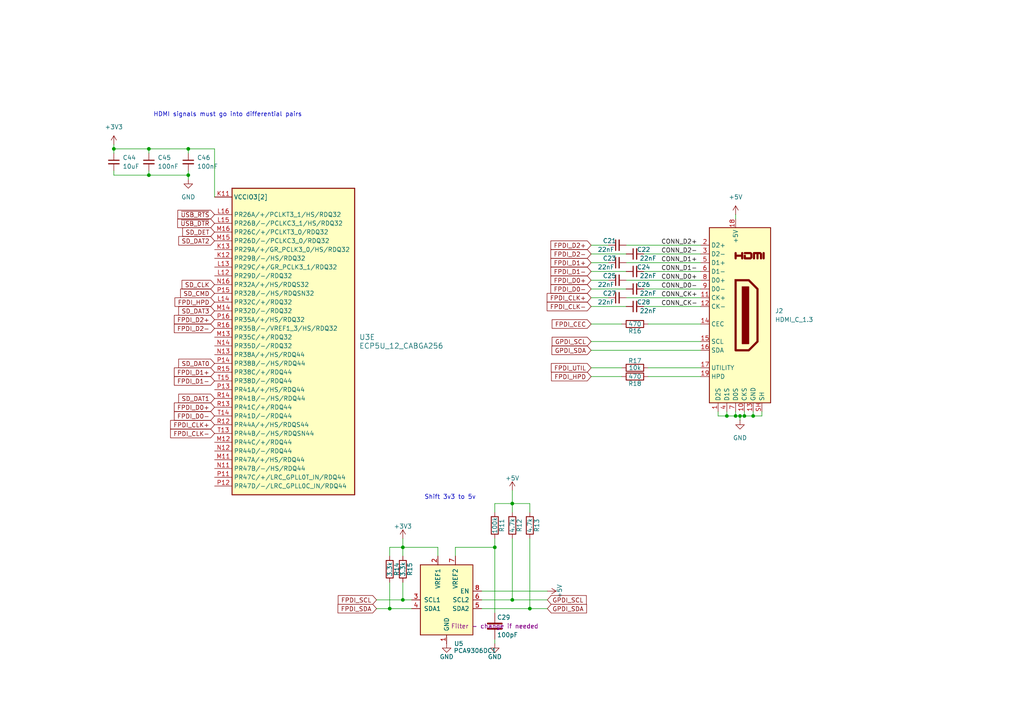
<source format=kicad_sch>
(kicad_sch (version 20250114) (generator "eeschema") (generator_version "9.0")
  (paper "A4")
  (title_block (title "Icepi zero") (date "2025-05-04") (rev "v1") (company "Chengyin Yao (cheyao)") (comment 1 "https://github.com/cheyao/icepi-zero"))
  (lib_symbols
    (symbol "Connector:HDMI_C_1.3"
      (property "Reference" "J" (at -6.35 26.67 0))
      (property "Value" "HDMI_C_1.3" (at 10.16 26.67 0))
      (symbol "HDMI_C_1.3_0_0"
        (polyline (pts (xy 0 16.51) (xy 0 18.034) (xy 0 17.272) (xy 1.905 17.272) (xy 1.905 18.034) (xy 1.905 16.51)) (stroke (width 0.635)))
        (polyline (pts (xy 2.667 18.034) (xy 4.318 18.034) (xy 4.572 17.78) (xy 4.572 16.764) (xy 4.318 16.51) (xy 2.667 16.51) (xy 2.667 17.272)) (stroke (width 0.635)))
        (polyline (pts (xy 8.128 16.51) (xy 8.128 18.034)) (stroke (width 0.635)))
      )
      (symbol "HDMI_C_1.3_0_1"
        (rectangle (start -7.62 25.4) (end 10.16 -25.4) (stroke (width 0.254)) (fill (type background)))
        (polyline (pts (xy 0 10.16) (xy 3.81 10.16) (xy 6.35 7.62) (xy 6.35 -7.62) (xy 3.81 -10.16) (xy 0 -10.16) (xy 0 10.16)) (stroke (width 0.635)))
        (rectangle (start 1.905 8.255) (end 3.81 -8.255) (stroke (width 0.254)) (fill (type outline)))
        (polyline (pts (xy 5.334 16.51) (xy 5.334 18.034) (xy 6.35 18.034) (xy 6.35 16.51) (xy 6.35 18.034) (xy 7.112 18.034) (xy 7.366 17.78) (xy 7.366 16.51)) (stroke (width 0.635)))
      )
      (symbol "HDMI_C_1.3_1_1"
        (pin passive line (at -10.16 20.32 0) (length 2.54) (name "D2+") (number "2"))
        (pin passive line (at -10.16 17.78 0) (length 2.54) (name "D2-") (number "3"))
        (pin passive line (at -10.16 15.24 0) (length 2.54) (name "D1+") (number "5"))
        (pin passive line (at -10.16 12.7 0) (length 2.54) (name "D1-") (number "6"))
        (pin passive line (at -10.16 10.16 0) (length 2.54) (name "D0+") (number "8"))
        (pin passive line (at -10.16 7.62 0) (length 2.54) (name "D0-") (number "9"))
        (pin passive line (at -10.16 5.08 0) (length 2.54) (name "CK+") (number "11"))
        (pin passive line (at -10.16 2.54 0) (length 2.54) (name "CK-") (number "12"))
        (pin bidirectional line (at -10.16 -2.54 0) (length 2.54) (name "CEC") (number "14"))
        (pin passive line (at -10.16 -7.62 0) (length 2.54) (name "SCL") (number "15"))
        (pin bidirectional line (at -10.16 -10.16 0) (length 2.54) (name "SDA") (number "16"))
        (pin passive line (at -10.16 -15.24 0) (length 2.54) (name "UTILITY") (number "17"))
        (pin passive line (at -10.16 -17.78 0) (length 2.54) (name "HPD") (number "19"))
        (pin power_in line (at -5.08 -27.94 90) (length 2.54) (name "D2S") (number "1"))
        (pin power_in line (at -2.54 -27.94 90) (length 2.54) (name "D1S") (number "4"))
        (pin power_in line (at 0 27.94 270) (length 2.54) (name "+5V") (number "18"))
        (pin power_in line (at 0 -27.94 90) (length 2.54) (name "D0S") (number "7"))
        (pin power_in line (at 2.54 -27.94 90) (length 2.54) (name "CKS") (number "10"))
        (pin power_in line (at 5.08 -27.94 90) (length 2.54) (name "GND") (number "13"))
        (pin passive line (at 7.62 -27.94 90) (length 2.54) (name "SH") (number "SH"))
      )
    )
    (symbol "Device:C" (pin_numbers (hide yes)) (pin_names (offset 0.254))
      (property "Reference" "C" (at 0.635 2.54 0))
      (property "Value" "C" (at 0.635 -2.54 0))
      (symbol "C_0_1"
        (polyline (pts (xy -2.032 0.762) (xy 2.032 0.762)) (stroke (width 0.508)))
        (polyline (pts (xy -2.032 -0.762) (xy 2.032 -0.762)) (stroke (width 0.508)))
      )
      (symbol "C_1_1"
        (pin passive line (at 0 3.81 270) (length 2.794) (name "~") (number "1"))
        (pin passive line (at 0 -3.81 90) (length 2.794) (name "~") (number "2"))
      )
    )
    (symbol "Device:C_Small" (pin_numbers (hide yes)) (pin_names (offset 0.254) (hide yes))
      (property "Reference" "C" (at 0.254 1.778 0))
      (property "Value" "C_Small" (at 0.254 -2.032 0))
      (symbol "C_Small_0_1"
        (polyline (pts (xy -1.524 0.508) (xy 1.524 0.508)) (stroke (width 0.3048)))
        (polyline (pts (xy -1.524 -0.508) (xy 1.524 -0.508)) (stroke (width 0.3302)))
      )
      (symbol "C_Small_1_1"
        (pin passive line (at 0 2.54 270) (length 2.032) (name "~") (number "1"))
        (pin passive line (at 0 -2.54 90) (length 2.032) (name "~") (number "2"))
      )
    )
    (symbol "Device:R" (pin_numbers (hide yes)) (pin_names (offset 0))
      (property "Reference" "R" (at 2.032 0 90))
      (property "Value" "R" (at 0 0 90))
      (symbol "R_0_1"
        (rectangle (start -1.016 -2.54) (end 1.016 2.54) (stroke (width 0.254)))
      )
      (symbol "R_1_1"
        (pin passive line (at 0 3.81 270) (length 1.27) (name "~") (number "1"))
        (pin passive line (at 0 -3.81 90) (length 1.27) (name "~") (number "2"))
      )
    )
    (symbol "Interface:PCA9306DC1" (pin_names (offset 1.016))
      (property "Reference" "U" (at -7.62 11.43 0))
      (property "Value" "PCA9306DC1" (at 3.81 11.43 0))
      (symbol "PCA9306DC1_0_1"
        (rectangle (start -7.62 10.16) (end 7.62 -10.16) (stroke (width 0.254)) (fill (type background)))
      )
      (symbol "PCA9306DC1_1_1"
        (pin bidirectional line (at -10.16 0 0) (length 2.54) (name "SCL1") (number "3"))
        (pin bidirectional line (at -10.16 -2.54 0) (length 2.54) (name "SDA1") (number "4"))
        (pin power_in line (at -2.54 12.7 270) (length 2.54) (name "VREF1") (number "2"))
        (pin power_in line (at 0 -12.7 90) (length 2.54) (name "GND") (number "1"))
        (pin power_in line (at 2.54 12.7 270) (length 2.54) (name "VREF2") (number "7"))
        (pin input line (at 10.16 2.54 180) (length 2.54) (name "EN") (number "8"))
        (pin bidirectional line (at 10.16 0 180) (length 2.54) (name "SCL2") (number "6"))
        (pin bidirectional line (at 10.16 -2.54 180) (length 2.54) (name "SDA2") (number "5"))
      )
    )
    (symbol "josh:ECP5U_12_CABGA256"
      (property "Reference" "U" (at -15.24 45.72 0))
      (property "Value" "ECP5U_12_CABGA256" (at 7.62 43.18 0))
      (symbol "ECP5U_12_CABGA256_1_1"
        (rectangle (start -7.62 7.62) (end 6.35 -7.62) (stroke (width 0.001)) (fill (type background)))
        (pin power_in line (at -12.7 5.08 0) (length 5.08) (name "VCC[6]") (number "G6"))
        (pin power_in line (at -12.7 5.08 0) (length 5.08) (name "VCC[6]") (number "G7"))
        (pin power_in line (at -12.7 5.08 0) (length 5.08) (name "VCC[6]") (number "G9"))
        (pin power_in line (at -12.7 5.08 0) (length 5.08) (name "VCC[6]") (number "L10"))
        (pin power_in line (at -12.7 5.08 0) (length 5.08) (name "VCC[6]") (number "L8"))
        (pin power_in line (at -12.7 5.08 0) (length 5.08) (name "VCC[6]") (number "L9"))
        (pin power_in line (at -12.7 2.54 0) (length 5.08) (name "VCCAUX[2]") (number "G11"))
        (pin power_in line (at -12.7 2.54 0) (length 5.08) (name "VCCAUX[2]") (number "L7"))
        (pin power_in line (at -12.7 -5.08 0) (length 5.08) (name "GND[27]") (number "A1"))
        (pin power_in line (at -12.7 -5.08 0) (length 5.08) (name "GND[27]") (number "A16"))
        (pin power_in line (at -12.7 -5.08 0) (length 5.08) (name "GND[27]") (number "D15"))
        (pin power_in line (at -12.7 -5.08 0) (length 5.08) (name "GND[27]") (number "D2"))
        (pin power_in line (at -12.7 -5.08 0) (length 5.08) (name "GND[27]") (number "F8"))
        (pin power_in line (at -12.7 -5.08 0) (length 5.08) (name "GND[27]") (number "F9"))
        (pin power_in line (at -12.7 -5.08 0) (length 5.08) (name "GND[27]") (number "G10"))
        (pin power_in line (at -12.7 -5.08 0) (length 5.08) (name "GND[27]") (number "G8"))
        (pin power_in line (at -12.7 -5.08 0) (length 5.08) (name "GND[27]") (number "H1"))
        (pin power_in line (at -12.7 -5.08 0) (length 5.08) (name "GND[27]") (number "H10"))
        (pin power_in line (at -12.7 -5.08 0) (length 5.08) (name "GND[27]") (number "H16"))
        (pin power_in line (at -12.7 -5.08 0) (length 5.08) (name "GND[27]") (number "H8"))
        (pin power_in line (at -12.7 -5.08 0) (length 5.08) (name "GND[27]") (number "H9"))
        (pin power_in line (at -12.7 -5.08 0) (length 5.08) (name "GND[27]") (number "J10"))
        (pin power_in line (at -12.7 -5.08 0) (length 5.08) (name "GND[27]") (number "J8"))
        (pin power_in line (at -12.7 -5.08 0) (length 5.08) (name "GND[27]") (number "J9"))
        (pin power_in line (at -12.7 -5.08 0) (length 5.08) (name "GND[27]") (number "K10"))
        (pin power_in line (at -12.7 -5.08 0) (length 5.08) (name "GND[27]") (number "K6"))
        (pin power_in line (at -12.7 -5.08 0) (length 5.08) (name "GND[27]") (number "K7"))
        (pin power_in line (at -12.7 -5.08 0) (length 5.08) (name "GND[27]") (number "K8"))
        (pin power_in line (at -12.7 -5.08 0) (length 5.08) (name "GND[27]") (number "K9"))
        (pin power_in line (at -12.7 -5.08 0) (length 5.08) (name "GND[27]") (number "N15"))
        (pin power_in line (at -12.7 -5.08 0) (length 5.08) (name "GND[27]") (number "N2"))
        (pin power_in line (at -12.7 -5.08 0) (length 5.08) (name "GND[27]") (number "T1"))
        (pin power_in line (at -12.7 -5.08 0) (length 5.08) (name "GND[27]") (number "T12"))
        (pin power_in line (at -12.7 -5.08 0) (length 5.08) (name "GND[27]") (number "T16"))
        (pin power_in line (at -12.7 -5.08 0) (length 5.08) (name "GND[27]") (number "T5"))
      )
      (symbol "ECP5U_12_CABGA256_2_1"
        (rectangle (start -16.51 40.64) (end 8.89 -27.94) (stroke (width 0.305)) (fill (type background)))
        (pin power_in line (at -21.59 38.1 0) (length 5.08) (name "VCCIO0[2]") (number "F6"))
        (pin power_in line (at -21.59 38.1 0) (length 5.08) (name "VCCIO0[2]") (number "F7"))
        (pin bidirectional line (at -21.59 33.02 0) (length 5.08) (name "PT4A/+") (number "A2"))
        (pin bidirectional line (at -21.59 30.48 0) (length 5.08) (name "PT4B/-") (number "B3"))
        (pin bidirectional line (at -21.59 27.94 0) (length 5.08) (name "PT6A/+") (number "A3"))
        (pin bidirectional line (at -21.59 25.4 0) (length 5.08) (name "PT6B/-") (number "A4"))
        (pin bidirectional line (at -21.59 22.86 0) (length 5.08) (name "PT9A/+") (number "E4"))
        (pin bidirectional line (at -21.59 20.32 0) (length 5.08) (name "PT9B/-") (number "D4"))
        (pin bidirectional line (at -21.59 17.78 0) (length 5.08) (name "PT11A/+") (number "C4"))
        (pin bidirectional line (at -21.59 15.24 0) (length 5.08) (name "PT11B/-") (number "B4"))
        (pin bidirectional line (at -21.59 12.7 0) (length 5.08) (name "PT13A/+") (number "E5"))
        (pin bidirectional line (at -21.59 10.16 0) (length 5.08) (name "PT13B/-") (number "D5"))
        (pin bidirectional line (at -21.59 7.62 0) (length 5.08) (name "PT15A/+") (number "C5"))
        (pin bidirectional line (at -21.59 5.08 0) (length 5.08) (name "PT15B/-") (number "B5"))
        (pin bidirectional line (at -21.59 2.54 0) (length 5.08) (name "PT18A/+") (number "A5"))
        (pin bidirectional line (at -21.59 0 0) (length 5.08) (name "PT18B/-") (number "A6"))
        (pin bidirectional line (at -21.59 -2.54 0) (length 5.08) (name "PT20A/+") (number "E6"))
        (pin bidirectional line (at -21.59 -5.08 0) (length 5.08) (name "PT20B/-") (number "D6"))
        (pin bidirectional line (at -21.59 -7.62 0) (length 5.08) (name "PT22A/+") (number "C6"))
        (pin bidirectional line (at -21.59 -10.16 0) (length 5.08) (name "PT22B/-") (number "B6"))
        (pin bidirectional line (at -21.59 -12.7 0) (length 5.08) (name "PT24A/+/GR_PCLK0_1") (number "E7"))
        (pin bidirectional line (at -21.59 -15.24 0) (length 5.08) (name "PT24B/-/GR_PCLK0_0") (number "D7"))
        (pin bidirectional line (at -21.59 -17.78 0) (length 5.08) (name "PT27A/+/PCLKT0_1") (number "C7"))
        (pin bidirectional line (at -21.59 -20.32 0) (length 5.08) (name "PT27B/-/PCLKC0_1") (number "B7"))
        (pin bidirectional line (at -21.59 -22.86 0) (length 5.08) (name "PT29A/+/PCLKT0_0") (number "A7"))
        (pin bidirectional line (at -21.59 -25.4 0) (length 5.08) (name "PT29B/-/PCLKC0_0") (number "A8"))
      )
      (symbol "ECP5U_12_CABGA256_3_1"
        (rectangle (start -16.51 40.64) (end 8.89 -48.26) (stroke (width 0.305)) (fill (type background)))
        (pin power_in line (at -21.59 38.1 0) (length 5.08) (name "VCCIO1[2]") (number "F10"))
        (pin power_in line (at -21.59 38.1 0) (length 5.08) (name "VCCIO1[2]") (number "F11"))
        (pin bidirectional line (at -21.59 33.02 0) (length 5.08) (name "PT33A/+/PCLKT1_1") (number "E8"))
        (pin bidirectional line (at -21.59 30.48 0) (length 5.08) (name "PT33B/-/PCLKC1_1") (number "D8"))
        (pin bidirectional line (at -21.59 27.94 0) (length 5.08) (name "PT35A/+/PCLKT1_0") (number "C8"))
        (pin bidirectional line (at -21.59 25.4 0) (length 5.08) (name "PT35B/-/PCLKC1_0") (number "B8"))
        (pin bidirectional line (at -21.59 22.86 0) (length 5.08) (name "PT38A/+/GR_PCLK1_0") (number "B9"))
        (pin bidirectional line (at -21.59 20.32 0) (length 5.08) (name "PT38B/-/GR_PCLK1_1") (number "C9"))
        (pin bidirectional line (at -21.59 17.78 0) (length 5.08) (name "PT40A/+") (number "D9"))
        (pin bidirectional line (at -21.59 15.24 0) (length 5.08) (name "PT40B/-") (number "E9"))
        (pin bidirectional line (at -21.59 12.7 0) (length 5.08) (name "PT42A/+") (number "A9"))
        (pin bidirectional line (at -21.59 10.16 0) (length 5.08) (name "PT42B/-") (number "A10"))
        (pin bidirectional line (at -21.59 7.62 0) (length 5.08) (name "PT44A/+") (number "B10"))
        (pin bidirectional line (at -21.59 5.08 0) (length 5.08) (name "PT44B/-") (number "C10"))
        (pin bidirectional line (at -21.59 2.54 0) (length 5.08) (name "PT47A/+") (number "D10"))
        (pin bidirectional line (at -21.59 0 0) (length 5.08) (name "PT47B/-") (number "E10"))
        (pin bidirectional line (at -21.59 -2.54 0) (length 5.08) (name "PT49A/+") (number "B11"))
        (pin bidirectional line (at -21.59 -5.08 0) (length 5.08) (name "PT49B/-") (number "C11"))
        (pin bidirectional line (at -21.59 -7.62 0) (length 5.08) (name "PT51A/+") (number "D11"))
        (pin bidirectional line (at -21.59 -10.16 0) (length 5.08) (name "PT51B/-") (number "E11"))
        (pin bidirectional line (at -21.59 -12.7 0) (length 5.08) (name "PT53A/+") (number "A11"))
        (pin bidirectional line (at -21.59 -15.24 0) (length 5.08) (name "PT53B/-") (number "A12"))
        (pin bidirectional line (at -21.59 -17.78 0) (length 5.08) (name "PT56A/+") (number "B12"))
        (pin bidirectional line (at -21.59 -20.32 0) (length 5.08) (name "PT56B/-") (number "C12"))
        (pin bidirectional line (at -21.59 -22.86 0) (length 5.08) (name "PT58A/+") (number "D12"))
        (pin bidirectional line (at -21.59 -25.4 0) (length 5.08) (name "PT58B/-") (number "E12"))
        (pin bidirectional line (at -21.59 -27.94 0) (length 5.08) (name "PT60A/+") (number "B13"))
        (pin bidirectional line (at -21.59 -30.48 0) (length 5.08) (name "PT60B/-") (number "C13"))
        (pin bidirectional line (at -21.59 -33.02 0) (length 5.08) (name "PT62A/+") (number "D13"))
        (pin bidirectional line (at -21.59 -35.56 0) (length 5.08) (name "PT62B/-") (number "E13"))
        (pin bidirectional line (at -21.59 -38.1 0) (length 5.08) (name "PT65A/+") (number "A13"))
        (pin bidirectional line (at -21.59 -40.64 0) (length 5.08) (name "PT65B/-") (number "A14"))
        (pin bidirectional line (at -21.59 -43.18 0) (length 5.08) (name "PT67A/+") (number "B14"))
        (pin bidirectional line (at -21.59 -45.72 0) (length 5.08) (name "PT67B/-") (number "A15"))
      )
      (symbol "ECP5U_12_CABGA256_4_1"
        (rectangle (start -16.51 40.64) (end 21.59 -48.26) (stroke (width 0.305)) (fill (type background)))
        (pin power_in line (at -21.59 38.1 0) (length 5.08) (name "VCCIO2[2]") (number "H11"))
        (pin power_in line (at -21.59 38.1 0) (length 5.08) (name "VCCIO2[2]") (number "J11"))
        (pin bidirectional line (at -21.59 33.02 0) (length 5.08) (name "PR2A/+/HS/RDQ8") (number "B16"))
        (pin bidirectional line (at -21.59 30.48 0) (length 5.08) (name "PR2B/-/S0_IN/HS/RDQ8") (number "B15"))
        (pin bidirectional line (at -21.59 27.94 0) (length 5.08) (name "PR2C/+/RDQ8") (number "C14"))
        (pin bidirectional line (at -21.59 25.4 0) (length 5.08) (name "PR2D/-/RDQ8") (number "D14"))
        (pin bidirectional line (at -21.59 22.86 0) (length 5.08) (name "PR5A/+/HS/RDQ8") (number "C16"))
        (pin bidirectional line (at -21.59 20.32 0) (length 5.08) (name "PR5B/-/HS/RDQ8") (number "C15"))
        (pin bidirectional line (at -21.59 17.78 0) (length 5.08) (name "PR5C/+/RDQ8") (number "E14"))
        (pin bidirectional line (at -21.59 15.24 0) (length 5.08) (name "PR5D/-/RDQ8") (number "F14"))
        (pin bidirectional line (at -21.59 12.7 0) (length 5.08) (name "PR8A/+/HS/RDQS8") (number "D16"))
        (pin bidirectional line (at -21.59 10.16 0) (length 5.08) (name "PR8B/-/HS/RDQSN8") (number "E15"))
        (pin bidirectional line (at -21.59 7.62 0) (length 5.08) (name "PR8C/+/RDQ8") (number "F13"))
        (pin bidirectional line (at -21.59 5.08 0) (length 5.08) (name "PR8D/-/RDQ8") (number "F12"))
        (pin bidirectional line (at -21.59 2.54 0) (length 5.08) (name "PR11A/+/HS/RDQ8") (number "G12"))
        (pin bidirectional line (at -21.59 0 0) (length 5.08) (name "PR11B/-/HS/RDQ8") (number "G13"))
        (pin bidirectional line (at -21.59 -2.54 0) (length 5.08) (name "PR11C/+/RDQ8") (number "F15"))
        (pin bidirectional line (at -21.59 -5.08 0) (length 5.08) (name "PR11D/-/RDQ8") (number "E16"))
        (pin bidirectional line (at -21.59 -7.62 0) (length 5.08) (name "PR14A/+/HS/RDQ20") (number "F16"))
        (pin bidirectional line (at -21.59 -10.16 0) (length 5.08) (name "PR14B/-/HS/RDQ20") (number "G15"))
        (pin bidirectional line (at -21.59 -12.7 0) (length 5.08) (name "PR14C/+/VREF1_2/RDQ20") (number "G14"))
        (pin bidirectional line (at -21.59 -15.24 0) (length 5.08) (name "PR14D/-/RDQ20") (number "H14"))
        (pin bidirectional line (at -21.59 -17.78 0) (length 5.08) (name "PR17A/+/HS/RDQ20") (number "H12"))
        (pin bidirectional line (at -21.59 -20.32 0) (length 5.08) (name "PR17B/-/HS/RDQ20") (number "H13"))
        (pin bidirectional line (at -21.59 -22.86 0) (length 5.08) (name "PR17C/+/RDQ20") (number "J13"))
        (pin bidirectional line (at -21.59 -25.4 0) (length 5.08) (name "PR17D/-/RDQ20") (number "J12"))
        (pin bidirectional line (at -21.59 -27.94 0) (length 5.08) (name "PR20A/+/GR_PCLK2_1/HS/RDQS20") (number "G16"))
        (pin bidirectional line (at -21.59 -30.48 0) (length 5.08) (name "PR20B/-/HS/RDQSN20") (number "H15"))
        (pin bidirectional line (at -21.59 -33.02 0) (length 5.08) (name "PR20C/+/GR_PCLK2_0/RDQ20") (number "J14"))
        (pin bidirectional line (at -21.59 -35.56 0) (length 5.08) (name "PR20D/-/RDQ20") (number "K14"))
        (pin bidirectional line (at -21.59 -38.1 0) (length 5.08) (name "PR23A/+/PCLKT2_1/HS/RDQ20") (number "J16"))
        (pin bidirectional line (at -21.59 -40.64 0) (length 5.08) (name "PR23B/-/PCLKC2_1/HS/RDQ20") (number "J15"))
        (pin bidirectional line (at -21.59 -43.18 0) (length 5.08) (name "PR23C/+/PCLKT2_0/RDQ20") (number "K16"))
        (pin bidirectional line (at -21.59 -45.72 0) (length 5.08) (name "PR23D/-/PCLKC2_0/RDQ20") (number "K15"))
      )
      (symbol "ECP5U_12_CABGA256_5_1"
        (rectangle (start -16.51 40.64) (end 19.05 -48.26) (stroke (width 0.305)) (fill (type background)))
        (pin power_in line (at -21.59 38.1 0) (length 5.08) (name "VCCIO3[2]") (number "K11"))
        (pin power_in line (at -21.59 38.1 0) (length 5.08) (name "VCCIO3[2]") (number "L11"))
        (pin bidirectional line (at -21.59 33.02 0) (length 5.08) (name "PR26A/+/PCLKT3_1/HS/RDQ32") (number "L16"))
        (pin bidirectional line (at -21.59 30.48 0) (length 5.08) (name "PR26B/-/PCLKC3_1/HS/RDQ32") (number "L15"))
        (pin bidirectional line (at -21.59 27.94 0) (length 5.08) (name "PR26C/+/PCLKT3_0/RDQ32") (number "M16"))
        (pin bidirectional line (at -21.59 25.4 0) (length 5.08) (name "PR26D/-/PCLKC3_0/RDQ32") (number "M15"))
        (pin bidirectional line (at -21.59 22.86 0) (length 5.08) (name "PR29A/+/GR_PCLK3_0/HS/RDQ32") (number "K13"))
        (pin bidirectional line (at -21.59 20.32 0) (length 5.08) (name "PR29B/-/HS/RDQ32") (number "K12"))
        (pin bidirectional line (at -21.59 17.78 0) (length 5.08) (name "PR29C/+/GR_PCLK3_1/RDQ32") (number "L13"))
        (pin bidirectional line (at -21.59 15.24 0) (length 5.08) (name "PR29D/-/RDQ32") (number "L12"))
        (pin bidirectional line (at -21.59 12.7 0) (length 5.08) (name "PR32A/+/HS/RDQS32") (number "N16"))
        (pin bidirectional line (at -21.59 10.16 0) (length 5.08) (name "PR32B/-/HS/RDQSN32") (number "P15"))
        (pin bidirectional line (at -21.59 7.62 0) (length 5.08) (name "PR32C/+/RDQ32") (number "L14"))
        (pin bidirectional line (at -21.59 5.08 0) (length 5.08) (name "PR32D/-/RDQ32") (number "M14"))
        (pin bidirectional line (at -21.59 2.54 0) (length 5.08) (name "PR35A/+/HS/RDQ32") (number "P16"))
        (pin bidirectional line (at -21.59 0 0) (length 5.08) (name "PR35B/-/VREF1_3/HS/RDQ32") (number "R16"))
        (pin bidirectional line (at -21.59 -2.54 0) (length 5.08) (name "PR35C/+/RDQ32") (number "M13"))
        (pin bidirectional line (at -21.59 -5.08 0) (length 5.08) (name "PR35D/-/RDQ32") (number "N14"))
        (pin bidirectional line (at -21.59 -7.62 0) (length 5.08) (name "PR38A/+/HS/RDQ44") (number "N13"))
        (pin bidirectional line (at -21.59 -10.16 0) (length 5.08) (name "PR38B/-/HS/RDQ44") (number "P14"))
        (pin bidirectional line (at -21.59 -12.7 0) (length 5.08) (name "PR38C/+/RDQ44") (number "R15"))
        (pin bidirectional line (at -21.59 -15.24 0) (length 5.08) (name "PR38D/-/RDQ44") (number "T15"))
        (pin bidirectional line (at -21.59 -17.78 0) (length 5.08) (name "PR41A/+/HS/RDQ44") (number "P13"))
        (pin bidirectional line (at -21.59 -20.32 0) (length 5.08) (name "PR41B/-/HS/RDQ44") (number "R14"))
        (pin bidirectional line (at -21.59 -22.86 0) (length 5.08) (name "PR41C/+/RDQ44") (number "R13"))
        (pin bidirectional line (at -21.59 -25.4 0) (length 5.08) (name "PR41D/-/RDQ44") (number "T14"))
        (pin bidirectional line (at -21.59 -27.94 0) (length 5.08) (name "PR44A/+/HS/RDQS44") (number "R12"))
        (pin bidirectional line (at -21.59 -30.48 0) (length 5.08) (name "PR44B/-/HS/RDQSN44") (number "T13"))
        (pin bidirectional line (at -21.59 -33.02 0) (length 5.08) (name "PR44C/+/RDQ44") (number "M12"))
        (pin bidirectional line (at -21.59 -35.56 0) (length 5.08) (name "PR44D/-/RDQ44") (number "N12"))
        (pin bidirectional line (at -21.59 -38.1 0) (length 5.08) (name "PR47A/+/HS/RDQ44") (number "M11"))
        (pin bidirectional line (at -21.59 -40.64 0) (length 5.08) (name "PR47B/-/HS/RDQ44") (number "N11"))
        (pin bidirectional line (at -21.59 -43.18 0) (length 5.08) (name "PR47C/+/LRC_GPLL0T_IN/RDQ44") (number "P11"))
        (pin bidirectional line (at -21.59 -45.72 0) (length 5.08) (name "PR47D/-/LRC_GPLL0C_IN/RDQ44") (number "P12"))
      )
      (symbol "ECP5U_12_CABGA256_6_1"
        (rectangle (start -16.51 40.64) (end 19.05 -48.26) (stroke (width 0.305)) (fill (type background)))
        (pin power_in line (at -21.59 38.1 0) (length 5.08) (name "VCCIO6[2]") (number "J6"))
        (pin power_in line (at -21.59 38.1 0) (length 5.08) (name "VCCIO6[2]") (number "J7"))
        (pin bidirectional line (at -21.59 33.02 0) (length 5.08) (name "PL26A/+/PCLKT6_1/HS/LDQ32") (number "L1"))
        (pin bidirectional line (at -21.59 30.48 0) (length 5.08) (name "PL26B/-/PCLKC6_1/HS/LDQ32") (number "L2"))
        (pin bidirectional line (at -21.59 27.94 0) (length 5.08) (name "PL26C/+/PCLKT6_0/LDQ32") (number "M1"))
        (pin bidirectional line (at -21.59 25.4 0) (length 5.08) (name "PL26D/-/PCLKC6_0/LDQ32") (number "M2"))
        (pin bidirectional line (at -21.59 22.86 0) (length 5.08) (name "PL29A/+/GR_PCLK6_0/HS/LDQ32") (number "K4"))
        (pin bidirectional line (at -21.59 20.32 0) (length 5.08) (name "PL29B/-/HS/LDQ32") (number "K5"))
        (pin bidirectional line (at -21.59 17.78 0) (length 5.08) (name "PL29C/+/GR_PCLK6_1/LDQ32") (number "L4"))
        (pin bidirectional line (at -21.59 15.24 0) (length 5.08) (name "PL29D/-/LDQ32") (number "L5"))
        (pin bidirectional line (at -21.59 12.7 0) (length 5.08) (name "PL32A/+/HS/LDQS32") (number "N1"))
        (pin bidirectional line (at -21.59 10.16 0) (length 5.08) (name "PL32B/-/HS/LDQSN32") (number "P2"))
        (pin bidirectional line (at -21.59 7.62 0) (length 5.08) (name "PL32C/+/LDQ32") (number "L3"))
        (pin bidirectional line (at -21.59 5.08 0) (length 5.08) (name "PL32D/-/LDQ32") (number "M3"))
        (pin bidirectional line (at -21.59 2.54 0) (length 5.08) (name "PL35A/+/HS/LDQ32") (number "P1"))
        (pin bidirectional line (at -21.59 0 0) (length 5.08) (name "PL35B/-/VREF1_6/HS/LDQ32") (number "R1"))
        (pin bidirectional line (at -21.59 -2.54 0) (length 5.08) (name "PL35C/+/LDQ32") (number "M4"))
        (pin bidirectional line (at -21.59 -5.08 0) (length 5.08) (name "PL35D/-/LDQ32") (number "N3"))
        (pin bidirectional line (at -21.59 -7.62 0) (length 5.08) (name "PL38A/+/HS/LDQ44") (number "N4"))
        (pin bidirectional line (at -21.59 -10.16 0) (length 5.08) (name "PL38B/-/HS/LDQ44") (number "P3"))
        (pin bidirectional line (at -21.59 -12.7 0) (length 5.08) (name "PL38C/+/LDQ44") (number "R2"))
        (pin bidirectional line (at -21.59 -15.24 0) (length 5.08) (name "PL38D/-/LDQ44") (number "T2"))
        (pin bidirectional line (at -21.59 -17.78 0) (length 5.08) (name "PL41A/+/HS/LDQ44") (number "P4"))
        (pin bidirectional line (at -21.59 -20.32 0) (length 5.08) (name "PL41B/-/HS/LDQ44") (number "R3"))
        (pin bidirectional line (at -21.59 -22.86 0) (length 5.08) (name "PL41C/+/LDQ44") (number "R4"))
        (pin bidirectional line (at -21.59 -25.4 0) (length 5.08) (name "PL41D/-/LDQ44") (number "T3"))
        (pin bidirectional line (at -21.59 -27.94 0) (length 5.08) (name "PL44A/+/HS/LDQS44") (number "R5"))
        (pin bidirectional line (at -21.59 -30.48 0) (length 5.08) (name "PL44B/-/HS/LDQSN44") (number "T4"))
        (pin bidirectional line (at -21.59 -33.02 0) (length 5.08) (name "PL44C/+/LDQ44") (number "M5"))
        (pin bidirectional line (at -21.59 -35.56 0) (length 5.08) (name "PL44D/-/LDQ44") (number "N5"))
        (pin bidirectional line (at -21.59 -38.1 0) (length 5.08) (name "PL47A/+/HS/LDQ44") (number "M6"))
        (pin bidirectional line (at -21.59 -40.64 0) (length 5.08) (name "PL47B/-/HS/LDQ44") (number "N6"))
        (pin bidirectional line (at -21.59 -43.18 0) (length 5.08) (name "PL47C/+/LLC_GPLL0T_IN/LDQ44") (number "P6"))
        (pin bidirectional line (at -21.59 -45.72 0) (length 5.08) (name "PL47D/-/LLC_GPLL0C_IN/LDQ44") (number "P5"))
      )
      (symbol "ECP5U_12_CABGA256_7_1"
        (rectangle (start -16.51 40.64) (end 20.32 -46.99) (stroke (width 0.305)) (fill (type background)))
        (pin power_in line (at -21.59 38.1 0) (length 5.08) (name "VCCIO7[2]") (number "H6"))
        (pin power_in line (at -21.59 38.1 0) (length 5.08) (name "VCCIO7[2]") (number "H7"))
        (pin bidirectional line (at -21.59 34.29 0) (length 5.08) (name "PL2A/+/HS/LDQ8") (number "B1"))
        (pin bidirectional line (at -21.59 31.75 0) (length 5.08) (name "PL2B/-/HS/LDQ8") (number "B2"))
        (pin bidirectional line (at -21.59 29.21 0) (length 5.08) (name "PL2C/+/LDQ8") (number "C3"))
        (pin bidirectional line (at -21.59 26.67 0) (length 5.08) (name "PL2D/-/LDQ8") (number "D3"))
        (pin bidirectional line (at -21.59 24.13 0) (length 5.08) (name "PL5A/+/HS/LDQ8") (number "C1"))
        (pin bidirectional line (at -21.59 21.59 0) (length 5.08) (name "PL5B/-/HS/LDQ8") (number "C2"))
        (pin bidirectional line (at -21.59 19.05 0) (length 5.08) (name "PL5C/+/LDQ8") (number "E3"))
        (pin bidirectional line (at -21.59 16.51 0) (length 5.08) (name "PL5D/-/LDQ8") (number "F3"))
        (pin bidirectional line (at -21.59 13.97 0) (length 5.08) (name "PL8A/+/HS/LDQS8") (number "D1"))
        (pin bidirectional line (at -21.59 11.43 0) (length 5.08) (name "PL8B/-/HS/LDQSN8") (number "E2"))
        (pin bidirectional line (at -21.59 8.89 0) (length 5.08) (name "PL8C/+/LDQ8") (number "F4"))
        (pin bidirectional line (at -21.59 6.35 0) (length 5.08) (name "PL8D/-/LDQ8") (number "F5"))
        (pin bidirectional line (at -21.59 3.81 0) (length 5.08) (name "PL11A/+/HS/LDQ8") (number "G5"))
        (pin bidirectional line (at -21.59 1.27 0) (length 5.08) (name "PL11B/-/HS/LDQ8") (number "G4"))
        (pin bidirectional line (at -21.59 -1.27 0) (length 5.08) (name "PL11C/+/LDQ8") (number "F2"))
        (pin bidirectional line (at -21.59 -3.81 0) (length 5.08) (name "PL11D/-/LDQ8") (number "E1"))
        (pin bidirectional line (at -21.59 -6.35 0) (length 5.08) (name "PL14A/+/HS/LDQ20") (number "F1"))
        (pin bidirectional line (at -21.59 -8.89 0) (length 5.08) (name "PL14B/-/HS/LDQ20") (number "G2"))
        (pin bidirectional line (at -21.59 -11.43 0) (length 5.08) (name "PL14C/+/VREF1_7/LDQ20") (number "G3"))
        (pin bidirectional line (at -21.59 -13.97 0) (length 5.08) (name "PL14D/-/LDQ20") (number "H3"))
        (pin bidirectional line (at -21.59 -16.51 0) (length 5.08) (name "PL17A/+/HS/LDQ20") (number "H5"))
        (pin bidirectional line (at -21.59 -19.05 0) (length 5.08) (name "PL17B/-/HS/LDQ20") (number "H4"))
        (pin bidirectional line (at -21.59 -21.59 0) (length 5.08) (name "PL17C/+/LDQ20") (number "J4"))
        (pin bidirectional line (at -21.59 -24.13 0) (length 5.08) (name "PL17D/-/LDQ20") (number "J5"))
        (pin bidirectional line (at -21.59 -26.67 0) (length 5.08) (name "PL20A/+/GR_PCLK7_1/HS/LDQS20") (number "G1"))
        (pin bidirectional line (at -21.59 -29.21 0) (length 5.08) (name "PL20B/-/HS/LDQSN20") (number "H2"))
        (pin bidirectional line (at -21.59 -31.75 0) (length 5.08) (name "PL20C/+/GR_PCLK7_0/LDQ20") (number "J3"))
        (pin bidirectional line (at -21.59 -34.29 0) (length 5.08) (name "PL20D/-/LDQ20") (number "K3"))
        (pin bidirectional line (at -21.59 -36.83 0) (length 5.08) (name "PL23A/+/PCLKT7_1/HS/LDQ20") (number "J1"))
        (pin bidirectional line (at -21.59 -39.37 0) (length 5.08) (name "PL23B/-/PCLKC7_1/HS/LDQ20") (number "J2"))
        (pin bidirectional line (at -21.59 -41.91 0) (length 5.08) (name "PL23C/+/PCLKT7_0/LDQ20") (number "K1"))
        (pin bidirectional line (at -21.59 -44.45 0) (length 5.08) (name "PL23D/-/PCLKC7_0/LDQ20") (number "K2"))
      )
      (symbol "ECP5U_12_CABGA256_8_1"
        (rectangle (start -16.51 40.64) (end 25.4 -17.78) (stroke (width 0.305)) (fill (type background)))
        (pin power_in line (at -21.59 38.1 0) (length 5.08) (name "VCCIO8") (number "L6"))
        (pin bidirectional line (at -21.59 33.02 0) (length 5.08) (name "CCLK/MCLK/SCK") (number "N9"))
        (pin bidirectional line (at -21.59 30.48 0) (length 5.08) (name "CFG_0") (number "N10"))
        (pin bidirectional line (at -21.59 27.94 0) (length 5.08) (name "CFG_1") (number "P10"))
        (pin bidirectional line (at -21.59 25.4 0) (length 5.08) (name "CFG_2") (number "R10"))
        (pin bidirectional line (at -21.59 22.86 0) (length 5.08) (name "DONE") (number "P9"))
        (pin bidirectional line (at -21.59 20.32 0) (length 5.08) (name "INITN") (number "T9"))
        (pin bidirectional line (at -21.59 17.78 0) (length 5.08) (name "PB4A/+/D7/IO7") (number "T6"))
        (pin bidirectional line (at -21.59 15.24 0) (length 5.08) (name "PB4B/-/D6/IO6") (number "R6"))
        (pin bidirectional line (at -21.59 12.7 0) (length 5.08) (name "PB6A/+/D5/MISO2/IO5") (number "R7"))
        (pin bidirectional line (at -21.59 10.16 0) (length 5.08) (name "PB6B/-/D4/MOSI2/IO4") (number "P7"))
        (pin bidirectional line (at -21.59 7.62 0) (length 5.08) (name "PB9A/+/D3/IO3") (number "N7"))
        (pin bidirectional line (at -21.59 5.08 0) (length 5.08) (name "PB9B/-/D2/IO2") (number "M7"))
        (pin bidirectional line (at -21.59 2.54 0) (length 5.08) (name "PB11A/+/D1/MISO/IO1") (number "T7"))
        (pin bidirectional line (at -21.59 0 0) (length 5.08) (name "PB11B/-/D0/MOSI/IO0") (number "T8"))
        (pin bidirectional line (at -21.59 -2.54 0) (length 5.08) (name "PB13A/+/SN/CSN") (number "R8"))
        (pin bidirectional line (at -21.59 -5.08 0) (length 5.08) (name "PB13B/-/CS1N") (number "P8"))
        (pin bidirectional line (at -21.59 -7.62 0) (length 5.08) (name "PB15A/+/HOLDN/DI/BUSY/CSSPIN/CEN") (number "N8"))
        (pin bidirectional line (at -21.59 -10.16 0) (length 5.08) (name "PB15B/-/DOUT/CSON") (number "M8"))
        (pin bidirectional line (at -21.59 -12.7 0) (length 5.08) (name "PB18A/WRITEN") (number "M9"))
        (pin bidirectional line (at -21.59 -15.24 0) (length 5.08) (name "PROGRAMN") (number "R9"))
      )
      (symbol "ECP5U_12_CABGA256_9_1"
        (rectangle (start -2.54 6.35) (end 5.08 -6.35) (stroke (width 0.305)) (fill (type background)))
        (pin bidirectional line (at -7.62 3.81 0) (length 5.08) (name "TCK") (number "T10"))
        (pin bidirectional line (at -7.62 1.27 0) (length 5.08) (name "TDI") (number "R11"))
        (pin bidirectional line (at -7.62 -1.27 0) (length 5.08) (name "TDO") (number "M10"))
        (pin bidirectional line (at -7.62 -3.81 0) (length 5.08) (name "TMS") (number "T11"))
      )
    )
    (symbol "power:+3V3" (power) (pin_numbers (hide yes)) (pin_names (offset 0) (hide yes))
      (property "Value" "+3V3" (at 0 3.556 0))
      (symbol "+3V3_0_1"
        (polyline (pts (xy -0.762 1.27) (xy 0 2.54)))
        (polyline (pts (xy 0 2.54) (xy 0.762 1.27)))
        (polyline (pts (xy 0 0) (xy 0 2.54)))
      )
      (symbol "+3V3_1_1"
        (pin power_in line (at 0 0 90) (length 0) (name "~") (number "1"))
      )
    )
    (symbol "power:+5V" (power) (pin_numbers (hide yes)) (pin_names (offset 0) (hide yes))
      (property "Value" "+5V" (at 0 3.556 0))
      (symbol "+5V_0_1"
        (polyline (pts (xy -0.762 1.27) (xy 0 2.54)))
        (polyline (pts (xy 0 2.54) (xy 0.762 1.27)))
        (polyline (pts (xy 0 0) (xy 0 2.54)))
      )
      (symbol "+5V_1_1"
        (pin power_in line (at 0 0 90) (length 0) (name "~") (number "1"))
      )
    )
    (symbol "power:GND" (power) (pin_numbers (hide yes)) (pin_names (offset 0) (hide yes))
      (property "Value" "GND" (at 0 -3.81 0))
      (symbol "GND_0_1"
        (polyline (pts (xy 0 0) (xy 0 -1.27) (xy 1.27 -1.27) (xy 0 -2.54) (xy -1.27 -1.27) (xy 0 -1.27)))
      )
      (symbol "GND_1_1"
        (pin power_in line (at 0 0 270) (length 0) (name "~") (number "1"))
      )
    )
  )
  (text "Shift 3v3 to 5v" (at 130.556 144.272 0) (effects (font (size 1.27 1.27))))
  (text "HDMI signals must go into differential pairs" (at 66.04 33.274 0) (effects (font (size 1.27 1.27))))
  (junction (at 213.36 120.65))
  (junction (at 33.02 43.18))
  (junction (at 54.61 50.8))
  (junction (at 143.51 158.75))
  (junction (at 210.82 120.65))
  (junction (at 148.59 146.05))
  (junction (at 214.63 120.65))
  (junction (at 43.18 43.18))
  (junction (at 218.44 120.65))
  (junction (at 54.61 43.18))
  (junction (at 43.18 50.8))
  (junction (at 113.03 176.53))
  (junction (at 116.84 173.99))
  (junction (at 215.9 120.65))
  (junction (at 153.67 176.53))
  (junction (at 116.84 158.75))
  (junction (at 148.59 173.99))
  (wire (pts (xy 210.82 120.65) (xy 208.28 120.65)))
  (wire (pts (xy 116.84 173.99) (xy 119.38 173.99)))
  (wire (pts (xy 181.61 71.12) (xy 203.2 71.12)))
  (wire (pts (xy 139.7 173.99) (xy 148.59 173.99)))
  (wire (pts (xy 171.45 83.82) (xy 181.61 83.82)))
  (wire (pts (xy 113.03 161.29) (xy 113.03 158.75)))
  (wire (pts (xy 181.61 86.36) (xy 203.2 86.36)))
  (wire (pts (xy 148.59 173.99) (xy 158.75 173.99)))
  (wire (pts (xy 33.02 43.18) (xy 43.18 43.18)))
  (wire (pts (xy 171.45 101.6) (xy 203.2 101.6)))
  (wire (pts (xy 214.63 121.92) (xy 214.63 120.65)))
  (wire (pts (xy 153.67 176.53) (xy 158.75 176.53)))
  (wire (pts (xy 171.45 86.36) (xy 176.53 86.36)))
  (wire (pts (xy 148.59 146.05) (xy 148.59 148.59)))
  (wire (pts (xy 171.45 106.68) (xy 180.34 106.68)))
  (wire (pts (xy 116.84 158.75) (xy 127 158.75)))
  (wire (pts (xy 218.44 120.65) (xy 218.44 119.38)))
  (wire (pts (xy 33.02 49.53) (xy 33.02 50.8)))
  (wire (pts (xy 132.08 158.75) (xy 132.08 161.29)))
  (wire (pts (xy 54.61 44.45) (xy 54.61 43.18)))
  (wire (pts (xy 186.69 83.82) (xy 203.2 83.82)))
  (wire (pts (xy 143.51 185.42) (xy 143.51 186.69)))
  (wire (pts (xy 143.51 158.75) (xy 143.51 177.8)))
  (wire (pts (xy 139.7 171.45) (xy 158.75 171.45)))
  (wire (pts (xy 139.7 176.53) (xy 153.67 176.53)))
  (wire (pts (xy 148.59 156.21) (xy 148.59 173.99)))
  (wire (pts (xy 214.63 120.65) (xy 215.9 120.65)))
  (wire (pts (xy 33.02 43.18) (xy 33.02 44.45)))
  (wire (pts (xy 54.61 43.18) (xy 62.23 43.18)))
  (wire (pts (xy 113.03 176.53) (xy 119.38 176.53)))
  (wire (pts (xy 213.36 62.23) (xy 213.36 63.5)))
  (wire (pts (xy 153.67 176.53) (xy 153.67 156.21)))
  (wire (pts (xy 218.44 120.65) (xy 220.98 120.65)))
  (wire (pts (xy 214.63 120.65) (xy 213.36 120.65)))
  (wire (pts (xy 54.61 50.8) (xy 54.61 49.53)))
  (wire (pts (xy 43.18 50.8) (xy 43.18 49.53)))
  (wire (pts (xy 215.9 120.65) (xy 215.9 119.38)))
  (wire (pts (xy 116.84 156.21) (xy 116.84 158.75)))
  (wire (pts (xy 132.08 158.75) (xy 143.51 158.75)))
  (wire (pts (xy 109.22 176.53) (xy 113.03 176.53)))
  (wire (pts (xy 186.69 88.9) (xy 203.2 88.9)))
  (wire (pts (xy 127 158.75) (xy 127 161.29)))
  (wire (pts (xy 171.45 109.22) (xy 180.34 109.22)))
  (wire (pts (xy 171.45 73.66) (xy 181.61 73.66)))
  (wire (pts (xy 171.45 76.2) (xy 176.53 76.2)))
  (wire (pts (xy 213.36 120.65) (xy 210.82 120.65)))
  (wire (pts (xy 43.18 43.18) (xy 43.18 44.45)))
  (wire (pts (xy 43.18 50.8) (xy 54.61 50.8)))
  (wire (pts (xy 43.18 43.18) (xy 54.61 43.18)))
  (wire (pts (xy 143.51 156.21) (xy 143.51 158.75)))
  (wire (pts (xy 186.69 78.74) (xy 203.2 78.74)))
  (wire (pts (xy 148.59 146.05) (xy 153.67 146.05)))
  (wire (pts (xy 181.61 76.2) (xy 203.2 76.2)))
  (wire (pts (xy 215.9 120.65) (xy 218.44 120.65)))
  (wire (pts (xy 171.45 78.74) (xy 181.61 78.74)))
  (wire (pts (xy 143.51 148.59) (xy 143.51 146.05)))
  (wire (pts (xy 171.45 81.28) (xy 176.53 81.28)))
  (wire (pts (xy 33.02 50.8) (xy 43.18 50.8)))
  (wire (pts (xy 171.45 88.9) (xy 181.61 88.9)))
  (wire (pts (xy 153.67 146.05) (xy 153.67 148.59)))
  (wire (pts (xy 33.02 41.91) (xy 33.02 43.18)))
  (wire (pts (xy 187.96 106.68) (xy 203.2 106.68)))
  (wire (pts (xy 213.36 120.65) (xy 213.36 119.38)))
  (wire (pts (xy 208.28 120.65) (xy 208.28 119.38)))
  (wire (pts (xy 171.45 99.06) (xy 203.2 99.06)))
  (wire (pts (xy 113.03 168.91) (xy 113.03 176.53)))
  (wire (pts (xy 54.61 50.8) (xy 54.61 52.07)))
  (wire (pts (xy 210.82 120.65) (xy 210.82 119.38)))
  (wire (pts (xy 186.69 73.66) (xy 203.2 73.66)))
  (wire (pts (xy 148.59 142.24) (xy 148.59 146.05)))
  (wire (pts (xy 181.61 81.28) (xy 203.2 81.28)))
  (wire (pts (xy 171.45 71.12) (xy 176.53 71.12)))
  (wire (pts (xy 187.96 109.22) (xy 203.2 109.22)))
  (wire (pts (xy 113.03 158.75) (xy 116.84 158.75)))
  (wire (pts (xy 116.84 158.75) (xy 116.84 161.29)))
  (wire (pts (xy 116.84 168.91) (xy 116.84 173.99)))
  (wire (pts (xy 187.96 93.98) (xy 203.2 93.98)))
  (wire (pts (xy 62.23 43.18) (xy 62.23 57.15)))
  (wire (pts (xy 171.45 93.98) (xy 180.34 93.98)))
  (wire (pts (xy 109.22 173.99) (xy 116.84 173.99)))
  (wire (pts (xy 143.51 146.05) (xy 148.59 146.05)))
  (wire (pts (xy 220.98 120.65) (xy 220.98 119.38)))
  (label "CONN_D0-" (at 191.77 83.82 0))
  (label "CONN_CK-" (at 191.77 88.9 0))
  (label "CONN_D2+" (at 191.77 71.12 0))
  (label "CONN_D0+" (at 191.77 81.28 0))
  (label "CONN_D1-" (at 191.77 78.74 0))
  (label "CONN_D2-" (at 191.77 73.66 0))
  (label "CONN_D1+" (at 191.77 76.2 0))
  (label "CONN_CK+" (at 191.77 86.36 0))
  (global_label "FPDI_D2-" (shape input) (at 171.45 73.66 180) (property "Intersheetrefs" "${INTERSHEET_REFS}" (effects (hide yes))))
  (global_label "FPDI_CEC" (shape input) (at 171.45 93.98 180) (property "Intersheetrefs" "${INTERSHEET_REFS}" (effects (hide yes))))
  (global_label "FPDI_D2+" (shape input) (at 62.23 92.71 180) (property "Intersheetrefs" "${INTERSHEET_REFS}" (effects (hide yes))))
  (global_label "GPDI_SDA" (shape input) (at 158.75 176.53 0) (property "Intersheetrefs" "${INTERSHEET_REFS}" (effects (hide yes))))
  (global_label "FPDI_CLK-" (shape input) (at 62.23 125.73 180) (property "Intersheetrefs" "${INTERSHEET_REFS}" (effects (hide yes))))
  (global_label "FPDI_CLK+" (shape input) (at 171.45 86.36 180) (property "Intersheetrefs" "${INTERSHEET_REFS}" (effects (hide yes))))
  (global_label "FPDI_UTIL" (shape input) (at 171.45 106.68 180) (property "Intersheetrefs" "${INTERSHEET_REFS}" (effects (hide yes))))
  (global_label "FPDI_D1+" (shape input) (at 62.23 107.95 180) (property "Intersheetrefs" "${INTERSHEET_REFS}" (effects (hide yes))))
  (global_label "FPDI_D1-" (shape input) (at 171.45 78.74 180) (property "Intersheetrefs" "${INTERSHEET_REFS}" (effects (hide yes))))
  (global_label "FPDI_CLK-" (shape input) (at 171.45 88.9 180) (property "Intersheetrefs" "${INTERSHEET_REFS}" (effects (hide yes))))
  (global_label "~{USB_RTS}" (shape input) (at 62.23 62.23 180) (property "Intersheetrefs" "${INTERSHEET_REFS}" (effects (hide yes))))
  (global_label "FPDI_HPD" (shape input) (at 62.23 87.63 180) (property "Intersheetrefs" "${INTERSHEET_REFS}" (effects (hide yes))))
  (global_label "FPDI_D2-" (shape input) (at 62.23 95.25 180) (property "Intersheetrefs" "${INTERSHEET_REFS}" (effects (hide yes))))
  (global_label "~{USB_DTR}" (shape input) (at 62.23 64.77 180) (property "Intersheetrefs" "${INTERSHEET_REFS}" (effects (hide yes))))
  (global_label "FPDI_SDA" (shape input) (at 109.22 176.53 180) (property "Intersheetrefs" "${INTERSHEET_REFS}" (effects (hide yes))))
  (global_label "SD_DAT3" (shape input) (at 62.23 90.17 180) (property "Intersheetrefs" "${INTERSHEET_REFS}" (effects (hide yes))))
  (global_label "SD_DAT0" (shape input) (at 62.23 105.41 180) (property "Intersheetrefs" "${INTERSHEET_REFS}" (effects (hide yes))))
  (global_label "FPDI_SCL" (shape input) (at 109.22 173.99 180) (property "Intersheetrefs" "${INTERSHEET_REFS}" (effects (hide yes))))
  (global_label "FPDI_HPD" (shape input) (at 171.45 109.22 180) (property "Intersheetrefs" "${INTERSHEET_REFS}" (effects (hide yes))))
  (global_label "GPDI_SCL" (shape input) (at 158.75 173.99 0) (property "Intersheetrefs" "${INTERSHEET_REFS}" (effects (hide yes))))
  (global_label "SD_DAT2" (shape input) (at 62.23 69.85 180) (property "Intersheetrefs" "${INTERSHEET_REFS}" (effects (hide yes))))
  (global_label "FPDI_D1+" (shape input) (at 171.45 76.2 180) (property "Intersheetrefs" "${INTERSHEET_REFS}" (effects (hide yes))))
  (global_label "FPDI_D1-" (shape input) (at 62.23 110.49 180) (property "Intersheetrefs" "${INTERSHEET_REFS}" (effects (hide yes))))
  (global_label "GPDI_SDA" (shape input) (at 171.45 101.6 180) (property "Intersheetrefs" "${INTERSHEET_REFS}" (effects (hide yes))))
  (global_label "FPDI_CLK+" (shape input) (at 62.23 123.19 180) (property "Intersheetrefs" "${INTERSHEET_REFS}" (effects (hide yes))))
  (global_label "SD_CMD" (shape input) (at 62.23 85.09 180) (property "Intersheetrefs" "${INTERSHEET_REFS}" (effects (hide yes))))
  (global_label "SD_DAT1" (shape input) (at 62.23 115.57 180) (property "Intersheetrefs" "${INTERSHEET_REFS}" (effects (hide yes))))
  (global_label "FPDI_D0+" (shape input) (at 171.45 81.28 180) (property "Intersheetrefs" "${INTERSHEET_REFS}" (effects (hide yes))))
  (global_label "SD_DET" (shape input) (at 62.23 67.31 180) (property "Intersheetrefs" "${INTERSHEET_REFS}" (effects (hide yes))))
  (global_label "GPDI_SCL" (shape input) (at 171.45 99.06 180) (property "Intersheetrefs" "${INTERSHEET_REFS}" (effects (hide yes))))
  (global_label "FPDI_D2+" (shape input) (at 171.45 71.12 180) (property "Intersheetrefs" "${INTERSHEET_REFS}" (effects (hide yes))))
  (global_label "FPDI_D0-" (shape input) (at 62.23 120.65 180) (property "Intersheetrefs" "${INTERSHEET_REFS}" (effects (hide yes))))
  (global_label "FPDI_D0+" (shape input) (at 62.23 118.11 180) (property "Intersheetrefs" "${INTERSHEET_REFS}" (effects (hide yes))))
  (global_label "FPDI_D0-" (shape input) (at 171.45 83.82 180) (property "Intersheetrefs" "${INTERSHEET_REFS}" (effects (hide yes))))
  (global_label "SD_CLK" (shape input) (at 62.23 82.55 180) (property "Intersheetrefs" "${INTERSHEET_REFS}" (effects (hide yes))))
  (symbol (lib_id "Device:R") (at 143.51 152.4 0) (unit 1)
    (property "Reference" "R11" (at 145.542 152.4 90))
    (property "Value" "100k" (at 143.51 152.4 90))
    (property "Footprint" "Resistor_SMD:R_0402_1005Metric" (effects (hide yes)))
    (property "JLCPCB Part #" "C25741" (effects (hide yes)))
  )
  (symbol (lib_id "Device:R") (at 148.59 152.4 0) (unit 1)
    (property "Reference" "R12" (at 150.622 152.4 90))
    (property "Value" "4.7k" (at 148.59 152.4 90))
    (property "Footprint" "Resistor_SMD:R_0402_1005Metric" (effects (hide yes)))
    (property "JLCPCB Part #" "C25900 " (effects (hide yes)))
  )
  (symbol (lib_id "Device:R") (at 153.67 152.4 0) (unit 1)
    (property "Reference" "R13" (at 155.702 152.4 90))
    (property "Value" "4.7k" (at 153.67 152.4 90))
    (property "Footprint" "Resistor_SMD:R_0402_1005Metric" (effects (hide yes)))
    (property "JLCPCB Part #" "C25900 " (effects (hide yes)))
  )
  (symbol (lib_id "power:+5V") (at 148.59 142.24 0) (unit 1)
    (property "Reference" "#PWR037" (effects (hide yes)))
    (property "Value" "+5V" (at 148.59 138.684 0))
  )
  (symbol (lib_id "Device:C") (at 143.51 181.61 0) (unit 1)
    (property "Reference" "C29" (at 144.145 179.07 0) (effects (justify left)))
    (property "Value" "100pF" (at 144.145 184.15 0) (effects (justify left)))
    (property "Footprint" "Capacitor_SMD:C_0402_1005Metric" (effects (hide yes)))
    (property "Description" "Filter - change if needed" (at 143.51 181.61 0))
    (property "JLCPCB Part #" "C1546 " (effects (hide yes)))
  )
  (symbol (lib_id "power:GND") (at 143.51 186.69 0) (unit 1)
    (property "Reference" "#PWR041" (effects (hide yes)))
    (property "Value" "GND" (at 143.51 190.5 0))
  )
  (symbol (lib_id "power:GND") (at 129.54 186.69 0) (unit 1)
    (property "Reference" "#PWR040" (effects (hide yes)))
    (property "Value" "GND" (at 129.54 190.5 0))
  )
  (symbol (lib_id "Device:R") (at 116.84 165.1 0) (unit 1)
    (property "Reference" "R15" (at 118.872 165.1 90))
    (property "Value" "3.3k" (at 116.84 165.1 90))
    (property "Footprint" "Resistor_SMD:R_0402_1005Metric" (effects (hide yes)))
    (property "JLCPCB Part #" "C25890 " (effects (hide yes)))
  )
  (symbol (lib_id "Device:R") (at 113.03 165.1 0) (unit 1)
    (property "Reference" "R14" (at 115.062 165.1 90))
    (property "Value" "3.3k" (at 113.03 165.1 90))
    (property "Footprint" "Resistor_SMD:R_0402_1005Metric" (effects (hide yes)))
    (property "JLCPCB Part #" "C25890 " (effects (hide yes)))
  )
  (symbol (lib_id "Device:R") (at 184.15 109.22 270) (unit 1)
    (property "Reference" "R18" (at 184.15 111.252 90))
    (property "Value" "470" (at 184.15 109.22 90))
    (property "Footprint" "Resistor_SMD:R_0402_1005Metric" (effects (hide yes)))
    (property "JLCPCB Part #" "C25117 " (effects (hide yes)))
  )
  (symbol (lib_id "Device:C_Small") (at 179.07 81.28 90) (unit 1)
    (property "Reference" "C25" (at 176.784 80.01 90))
    (property "Value" "22nF" (at 175.768 82.55 90))
    (property "Footprint" "Capacitor_SMD:C_0402_1005Metric" (effects (hide yes)))
    (property "Description" "Unpolarized capacitor, small symbol" (effects (hide yes)))
    (property "JLCPCB Part #" "C1532" (effects (hide yes)))
  )
  (symbol (lib_id "Device:C_Small") (at 179.07 76.2 90) (unit 1)
    (property "Reference" "C23" (at 176.784 74.93 90))
    (property "Value" "22nF" (at 175.768 77.47 90))
    (property "Footprint" "Capacitor_SMD:C_0402_1005Metric" (effects (hide yes)))
    (property "Description" "Unpolarized capacitor, small symbol" (effects (hide yes)))
    (property "JLCPCB Part #" "C1532" (effects (hide yes)))
  )
  (symbol (lib_id "Device:C_Small") (at 54.61 46.99 0) (unit 1)
    (property "Reference" "C46" (at 57.15 45.7262 0) (effects (justify left)))
    (property "Value" "100nF" (at 57.15 48.2662 0) (effects (justify left)))
    (property "Footprint" "Capacitor_SMD:C_0402_1005Metric" (effects (hide yes)))
    (property "Description" "Unpolarized capacitor, small symbol" (effects (hide yes)))
    (property "JLCPCB Part #" "C307331 " (effects (hide yes)))
  )
  (symbol (lib_id "Device:C_Small") (at 33.02 46.99 0) (unit 1)
    (property "Reference" "C44" (at 35.56 45.7262 0) (effects (justify left)))
    (property "Value" "10uF" (at 35.56 48.2662 0) (effects (justify left)))
    (property "Footprint" "Capacitor_SMD:C_0603_1608Metric" (effects (hide yes)))
    (property "Description" "Unpolarized capacitor, small symbol" (effects (hide yes)))
  )
  (symbol (lib_id "Device:R") (at 184.15 93.98 270) (unit 1)
    (property "Reference" "R16" (at 184.15 96.012 90))
    (property "Value" "470" (at 184.15 93.98 90))
    (property "Footprint" "Resistor_SMD:R_0402_1005Metric" (effects (hide yes)))
    (property "JLCPCB Part #" "C25117 " (effects (hide yes)))
  )
  (symbol (lib_id "Device:C_Small") (at 184.15 83.82 90) (unit 1)
    (property "Reference" "C26" (at 186.69 82.55 90))
    (property "Value" "22nF" (at 187.96 85.09 90))
    (property "Footprint" "Capacitor_SMD:C_0402_1005Metric" (effects (hide yes)))
    (property "Description" "Unpolarized capacitor, small symbol" (effects (hide yes)))
    (property "JLCPCB Part #" "C1532" (effects (hide yes)))
  )
  (symbol (lib_id "Device:C_Small") (at 43.18 46.99 0) (unit 1)
    (property "Reference" "C45" (at 45.72 45.7262 0) (effects (justify left)))
    (property "Value" "100nF" (at 45.72 48.2662 0) (effects (justify left)))
    (property "Footprint" "Capacitor_SMD:C_0402_1005Metric" (effects (hide yes)))
    (property "Description" "Unpolarized capacitor, small symbol" (effects (hide yes)))
    (property "JLCPCB Part #" "C307331 " (effects (hide yes)))
  )
  (symbol (lib_id "Device:C_Small") (at 184.15 88.9 90) (unit 1)
    (property "Reference" "C28" (at 186.69 87.63 90))
    (property "Value" "22nF" (at 187.96 90.17 90))
    (property "Footprint" "Capacitor_SMD:C_0402_1005Metric" (effects (hide yes)))
    (property "Description" "Unpolarized capacitor, small symbol" (effects (hide yes)))
    (property "JLCPCB Part #" "C1532" (effects (hide yes)))
  )
  (symbol (lib_id "Device:C_Small") (at 184.15 78.74 90) (unit 1)
    (property "Reference" "C24" (at 186.69 77.47 90))
    (property "Value" "22nF" (at 187.96 80.01 90))
    (property "Footprint" "Capacitor_SMD:C_0402_1005Metric" (effects (hide yes)))
    (property "Description" "Unpolarized capacitor, small symbol" (effects (hide yes)))
    (property "JLCPCB Part #" "C1532" (effects (hide yes)))
  )
  (symbol (lib_id "josh:ECP5U_12_CABGA256") (at 83.82 95.25 0) (unit 5)
    (property "Reference" "U3" (at 104.14 97.7899 0) (effects (font (size 1.524 1.524)) (justify left)))
    (property "Value" "ECP5U_12_CABGA256" (at 104.14 100.3299 0) (effects (font (size 1.524 1.524)) (justify left)))
    (property "Footprint" "Package_BGA:BGA-256_14.0x14.0mm_Layout16x16_P0.8mm_Ball0.45mm_Pad0.32mm_NSMD" (effects (hide yes)))
    (property "Datasheet" "https://www.lcsc.com/datasheet/lcsc_datasheet_2411220131_Lattice-LFE5U-25F-6BG256C_C1521614.pdf" (effects (hide yes)))
    (property "JLCPCB Part #" "C1521614" (effects (hide yes)))
  )
  (symbol (lib_id "power:+5V") (at 213.36 62.23 0) (unit 1)
    (property "Reference" "#PWR036" (effects (hide yes)))
    (property "Value" "+5V" (at 213.36 57.15 0))
    (property "Description" "Power symbol creates a global label with name \"+5V\"" (effects (hide yes)))
  )
  (symbol (lib_id "power:GND") (at 214.63 121.92 0) (unit 1)
    (property "Reference" "#PWR042" (effects (hide yes)))
    (property "Value" "GND" (at 214.63 127 0))
    (property "Description" "Power symbol creates a global label with name \"GND\" , ground" (effects (hide yes)))
  )
  (symbol (lib_id "Device:R") (at 184.15 106.68 270) (mirror x) (unit 1)
    (property "Reference" "R17" (at 184.15 104.648 90))
    (property "Value" "10k" (at 184.15 106.68 90))
    (property "Footprint" "Resistor_SMD:R_0402_1005Metric" (effects (hide yes)))
    (property "JLCPCB Part #" "C25744" (effects (hide yes)))
  )
  (symbol (lib_id "power:GND") (at 54.61 52.07 0) (unit 1)
    (property "Reference" "#PWR089" (effects (hide yes)))
    (property "Value" "GND" (at 54.61 57.15 0))
    (property "Description" "Power symbol creates a global label with name \"GND\" , ground" (effects (hide yes)))
  )
  (symbol (lib_id "Device:C_Small") (at 179.07 71.12 90) (unit 1)
    (property "Reference" "C21" (at 176.784 69.85 90))
    (property "Value" "22nF" (at 175.768 72.39 90))
    (property "Footprint" "Capacitor_SMD:C_0402_1005Metric" (effects (hide yes)))
    (property "Description" "Unpolarized capacitor, small symbol" (effects (hide yes)))
    (property "JLCPCB Part #" "C1532" (effects (hide yes)))
  )
  (symbol (lib_id "power:+5V") (at 158.75 171.45 270) (unit 1)
    (property "Reference" "#PWR039" (effects (hide yes)))
    (property "Value" "+5V" (at 162.306 171.45 0))
  )
  (symbol (lib_id "Interface:PCA9306DC1") (at 129.54 173.99 0) (unit 1)
    (property "Reference" "U5" (at 131.6833 186.69 0) (effects (justify left)))
    (property "Value" "PCA9306DC1" (at 131.572 188.722 0) (effects (justify left)))
    (property "Footprint" "Package_SO:VSSOP-8_2.3x2mm_P0.5mm" (effects (hide yes)))
    (property "Datasheet" "https://www.nxp.com/docs/en/data-sheet/PCA9306.pdf" (effects (hide yes)))
    (property "Description" "Dual bidirectional I2C Bus and SMBus voltage level translator, VSSOP-8" (effects (hide yes)))
    (property "JLCPCB Part #" "C129510" (effects (hide yes)))
  )
  (symbol (lib_id "Connector:HDMI_C_1.3") (at 213.36 91.44 0) (unit 1)
    (property "Reference" "J2" (at 224.79 90.1699 0) (effects (justify left)))
    (property "Value" "HDMI_C_1.3" (at 224.79 92.7099 0) (effects (justify left)))
    (property "Footprint" "icepi-lib:XKB Connection A71-05H4-111N1" (effects (hide yes)))
    (property "Datasheet" "http://pinoutguide.com/PortableDevices/mini_hdmi_pinout.shtml" (effects (hide yes)))
    (property "Description" "HDMI 1.3+ type C connector" (effects (hide yes)))
    (property "JLCPCB Part #" "C2682170" (effects (hide yes)))
  )
  (symbol (lib_id "power:+3V3") (at 33.02 41.91 0) (unit 1)
    (property "Reference" "#PWR088" (effects (hide yes)))
    (property "Value" "+3V3" (at 33.02 36.83 0))
    (property "Description" "Power symbol creates a global label with name \"+3V3\"" (effects (hide yes)))
  )
  (symbol (lib_id "Device:C_Small") (at 184.15 73.66 90) (unit 1)
    (property "Reference" "C22" (at 186.69 72.39 90))
    (property "Value" "22nF" (at 187.96 74.93 90))
    (property "Footprint" "Capacitor_SMD:C_0402_1005Metric" (effects (hide yes)))
    (property "Description" "Unpolarized capacitor, small symbol" (effects (hide yes)))
    (property "JLCPCB Part #" "C1532" (effects (hide yes)))
  )
  (symbol (lib_id "Device:C_Small") (at 179.07 86.36 90) (unit 1)
    (property "Reference" "C27" (at 176.784 85.09 90))
    (property "Value" "22nF" (at 175.768 87.63 90))
    (property "Footprint" "Capacitor_SMD:C_0402_1005Metric" (effects (hide yes)))
    (property "Description" "Unpolarized capacitor, small symbol" (effects (hide yes)))
    (property "JLCPCB Part #" "C1532" (effects (hide yes)))
  )
  (symbol (lib_id "power:+3V3") (at 116.84 156.21 0) (mirror y) (unit 1)
    (property "Reference" "#PWR038" (effects (hide yes)))
    (property "Value" "+3V3" (at 116.84 152.654 0))
  )
)
</source>
